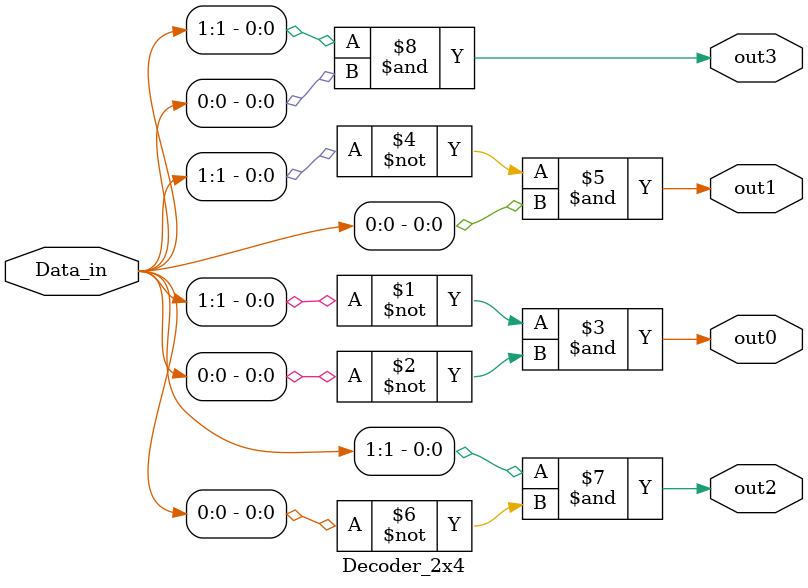
<source format=v>
`timescale 1ns / 1ps


module Decoder_2x4(
    input [1:0] Data_in,
    output out0,
    output out1,
    output out2,
    output out3
    );
    
    assign out0 = ~Data_in[1] & ~Data_in[0];
    assign out1 = ~Data_in[1] &  Data_in[0];
    assign out2 =  Data_in[1] & ~Data_in[0];
    assign out3 =  Data_in[1] &  Data_in[0];
    
endmodule

</source>
